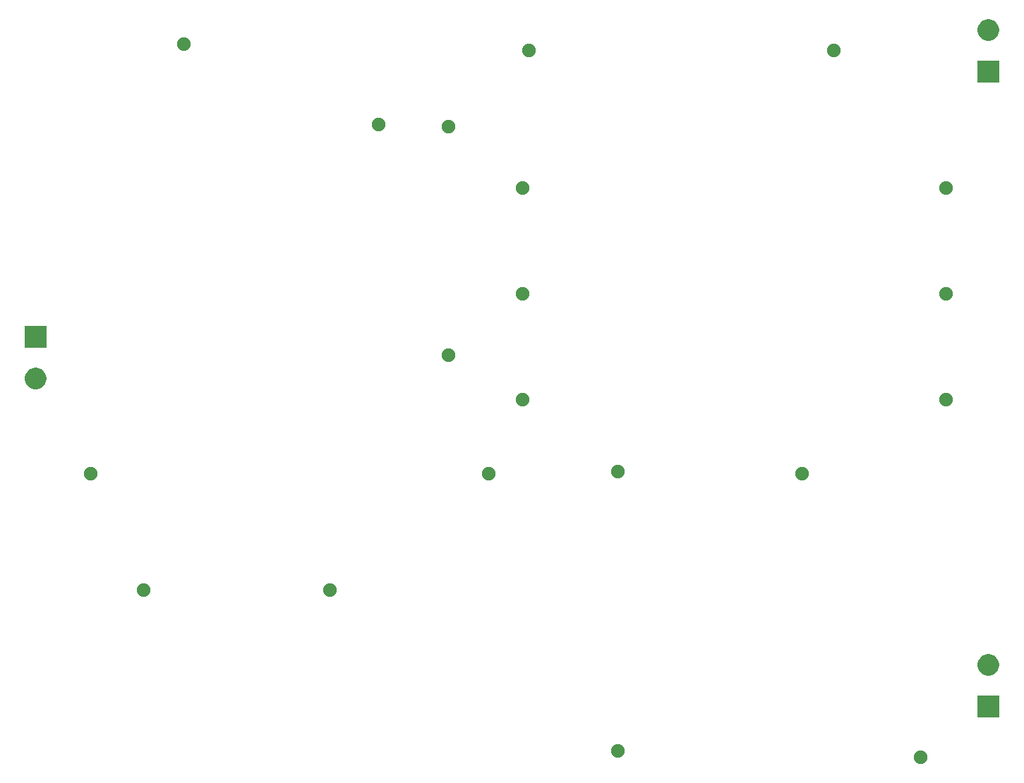
<source format=gbr>
G04 #@! TF.GenerationSoftware,KiCad,Pcbnew,(5.1.4)-1*
G04 #@! TF.CreationDate,2020-05-14T00:14:39-04:00*
G04 #@! TF.ProjectId,Crossover circuit,43726f73-736f-4766-9572-206369726375,rev?*
G04 #@! TF.SameCoordinates,Original*
G04 #@! TF.FileFunction,Soldermask,Top*
G04 #@! TF.FilePolarity,Negative*
%FSLAX46Y46*%
G04 Gerber Fmt 4.6, Leading zero omitted, Abs format (unit mm)*
G04 Created by KiCad (PCBNEW (5.1.4)-1) date 2020-05-14 00:14:39*
%MOMM*%
%LPD*%
G04 APERTURE LIST*
%ADD10C,0.100000*%
G04 APERTURE END LIST*
D10*
G36*
X188959142Y-139934242D02*
G01*
X189107101Y-139995529D01*
X189240255Y-140084499D01*
X189353501Y-140197745D01*
X189442471Y-140330899D01*
X189503758Y-140478858D01*
X189535000Y-140635925D01*
X189535000Y-140796075D01*
X189503758Y-140953142D01*
X189442471Y-141101101D01*
X189353501Y-141234255D01*
X189240255Y-141347501D01*
X189107101Y-141436471D01*
X188959142Y-141497758D01*
X188802075Y-141529000D01*
X188641925Y-141529000D01*
X188484858Y-141497758D01*
X188336899Y-141436471D01*
X188203745Y-141347501D01*
X188090499Y-141234255D01*
X188001529Y-141101101D01*
X187940242Y-140953142D01*
X187909000Y-140796075D01*
X187909000Y-140635925D01*
X187940242Y-140478858D01*
X188001529Y-140330899D01*
X188090499Y-140197745D01*
X188203745Y-140084499D01*
X188336899Y-139995529D01*
X188484858Y-139934242D01*
X188641925Y-139903000D01*
X188802075Y-139903000D01*
X188959142Y-139934242D01*
X188959142Y-139934242D01*
G37*
G36*
X152637142Y-139172242D02*
G01*
X152785101Y-139233529D01*
X152918255Y-139322499D01*
X153031501Y-139435745D01*
X153120471Y-139568899D01*
X153181758Y-139716858D01*
X153213000Y-139873925D01*
X153213000Y-140034075D01*
X153181758Y-140191142D01*
X153120471Y-140339101D01*
X153031501Y-140472255D01*
X152918255Y-140585501D01*
X152785101Y-140674471D01*
X152637142Y-140735758D01*
X152480075Y-140767000D01*
X152319925Y-140767000D01*
X152162858Y-140735758D01*
X152014899Y-140674471D01*
X151881745Y-140585501D01*
X151768499Y-140472255D01*
X151679529Y-140339101D01*
X151618242Y-140191142D01*
X151587000Y-140034075D01*
X151587000Y-139873925D01*
X151618242Y-139716858D01*
X151679529Y-139568899D01*
X151768499Y-139435745D01*
X151881745Y-139322499D01*
X152014899Y-139233529D01*
X152162858Y-139172242D01*
X152319925Y-139141000D01*
X152480075Y-139141000D01*
X152637142Y-139172242D01*
X152637142Y-139172242D01*
G37*
G36*
X198151000Y-135921000D02*
G01*
X195549000Y-135921000D01*
X195549000Y-133319000D01*
X198151000Y-133319000D01*
X198151000Y-135921000D01*
X198151000Y-135921000D01*
G37*
G36*
X197229487Y-128368996D02*
G01*
X197466253Y-128467068D01*
X197466255Y-128467069D01*
X197679339Y-128609447D01*
X197860553Y-128790661D01*
X198002932Y-129003747D01*
X198101004Y-129240513D01*
X198151000Y-129491861D01*
X198151000Y-129748139D01*
X198101004Y-129999487D01*
X198002932Y-130236253D01*
X198002931Y-130236255D01*
X197860553Y-130449339D01*
X197679339Y-130630553D01*
X197466255Y-130772931D01*
X197466254Y-130772932D01*
X197466253Y-130772932D01*
X197229487Y-130871004D01*
X196978139Y-130921000D01*
X196721861Y-130921000D01*
X196470513Y-130871004D01*
X196233747Y-130772932D01*
X196233746Y-130772932D01*
X196233745Y-130772931D01*
X196020661Y-130630553D01*
X195839447Y-130449339D01*
X195697069Y-130236255D01*
X195697068Y-130236253D01*
X195598996Y-129999487D01*
X195549000Y-129748139D01*
X195549000Y-129491861D01*
X195598996Y-129240513D01*
X195697068Y-129003747D01*
X195839447Y-128790661D01*
X196020661Y-128609447D01*
X196233745Y-128467069D01*
X196233747Y-128467068D01*
X196470513Y-128368996D01*
X196721861Y-128319000D01*
X196978139Y-128319000D01*
X197229487Y-128368996D01*
X197229487Y-128368996D01*
G37*
G36*
X118093142Y-119868242D02*
G01*
X118241101Y-119929529D01*
X118374255Y-120018499D01*
X118487501Y-120131745D01*
X118576471Y-120264899D01*
X118637758Y-120412858D01*
X118669000Y-120569925D01*
X118669000Y-120730075D01*
X118637758Y-120887142D01*
X118576471Y-121035101D01*
X118487501Y-121168255D01*
X118374255Y-121281501D01*
X118241101Y-121370471D01*
X118093142Y-121431758D01*
X117936075Y-121463000D01*
X117775925Y-121463000D01*
X117618858Y-121431758D01*
X117470899Y-121370471D01*
X117337745Y-121281501D01*
X117224499Y-121168255D01*
X117135529Y-121035101D01*
X117074242Y-120887142D01*
X117043000Y-120730075D01*
X117043000Y-120569925D01*
X117074242Y-120412858D01*
X117135529Y-120264899D01*
X117224499Y-120131745D01*
X117337745Y-120018499D01*
X117470899Y-119929529D01*
X117618858Y-119868242D01*
X117775925Y-119837000D01*
X117936075Y-119837000D01*
X118093142Y-119868242D01*
X118093142Y-119868242D01*
G37*
G36*
X95741142Y-119868242D02*
G01*
X95889101Y-119929529D01*
X96022255Y-120018499D01*
X96135501Y-120131745D01*
X96224471Y-120264899D01*
X96285758Y-120412858D01*
X96317000Y-120569925D01*
X96317000Y-120730075D01*
X96285758Y-120887142D01*
X96224471Y-121035101D01*
X96135501Y-121168255D01*
X96022255Y-121281501D01*
X95889101Y-121370471D01*
X95741142Y-121431758D01*
X95584075Y-121463000D01*
X95423925Y-121463000D01*
X95266858Y-121431758D01*
X95118899Y-121370471D01*
X94985745Y-121281501D01*
X94872499Y-121168255D01*
X94783529Y-121035101D01*
X94722242Y-120887142D01*
X94691000Y-120730075D01*
X94691000Y-120569925D01*
X94722242Y-120412858D01*
X94783529Y-120264899D01*
X94872499Y-120131745D01*
X94985745Y-120018499D01*
X95118899Y-119929529D01*
X95266858Y-119868242D01*
X95423925Y-119837000D01*
X95584075Y-119837000D01*
X95741142Y-119868242D01*
X95741142Y-119868242D01*
G37*
G36*
X174735142Y-105898242D02*
G01*
X174883101Y-105959529D01*
X175016255Y-106048499D01*
X175129501Y-106161745D01*
X175218471Y-106294899D01*
X175279758Y-106442858D01*
X175311000Y-106599925D01*
X175311000Y-106760075D01*
X175279758Y-106917142D01*
X175218471Y-107065101D01*
X175129501Y-107198255D01*
X175016255Y-107311501D01*
X174883101Y-107400471D01*
X174735142Y-107461758D01*
X174578075Y-107493000D01*
X174417925Y-107493000D01*
X174260858Y-107461758D01*
X174112899Y-107400471D01*
X173979745Y-107311501D01*
X173866499Y-107198255D01*
X173777529Y-107065101D01*
X173716242Y-106917142D01*
X173685000Y-106760075D01*
X173685000Y-106599925D01*
X173716242Y-106442858D01*
X173777529Y-106294899D01*
X173866499Y-106161745D01*
X173979745Y-106048499D01*
X174112899Y-105959529D01*
X174260858Y-105898242D01*
X174417925Y-105867000D01*
X174578075Y-105867000D01*
X174735142Y-105898242D01*
X174735142Y-105898242D01*
G37*
G36*
X137143142Y-105898242D02*
G01*
X137291101Y-105959529D01*
X137424255Y-106048499D01*
X137537501Y-106161745D01*
X137626471Y-106294899D01*
X137687758Y-106442858D01*
X137719000Y-106599925D01*
X137719000Y-106760075D01*
X137687758Y-106917142D01*
X137626471Y-107065101D01*
X137537501Y-107198255D01*
X137424255Y-107311501D01*
X137291101Y-107400471D01*
X137143142Y-107461758D01*
X136986075Y-107493000D01*
X136825925Y-107493000D01*
X136668858Y-107461758D01*
X136520899Y-107400471D01*
X136387745Y-107311501D01*
X136274499Y-107198255D01*
X136185529Y-107065101D01*
X136124242Y-106917142D01*
X136093000Y-106760075D01*
X136093000Y-106599925D01*
X136124242Y-106442858D01*
X136185529Y-106294899D01*
X136274499Y-106161745D01*
X136387745Y-106048499D01*
X136520899Y-105959529D01*
X136668858Y-105898242D01*
X136825925Y-105867000D01*
X136986075Y-105867000D01*
X137143142Y-105898242D01*
X137143142Y-105898242D01*
G37*
G36*
X89391142Y-105898242D02*
G01*
X89539101Y-105959529D01*
X89672255Y-106048499D01*
X89785501Y-106161745D01*
X89874471Y-106294899D01*
X89935758Y-106442858D01*
X89967000Y-106599925D01*
X89967000Y-106760075D01*
X89935758Y-106917142D01*
X89874471Y-107065101D01*
X89785501Y-107198255D01*
X89672255Y-107311501D01*
X89539101Y-107400471D01*
X89391142Y-107461758D01*
X89234075Y-107493000D01*
X89073925Y-107493000D01*
X88916858Y-107461758D01*
X88768899Y-107400471D01*
X88635745Y-107311501D01*
X88522499Y-107198255D01*
X88433529Y-107065101D01*
X88372242Y-106917142D01*
X88341000Y-106760075D01*
X88341000Y-106599925D01*
X88372242Y-106442858D01*
X88433529Y-106294899D01*
X88522499Y-106161745D01*
X88635745Y-106048499D01*
X88768899Y-105959529D01*
X88916858Y-105898242D01*
X89073925Y-105867000D01*
X89234075Y-105867000D01*
X89391142Y-105898242D01*
X89391142Y-105898242D01*
G37*
G36*
X152637142Y-105644242D02*
G01*
X152785101Y-105705529D01*
X152918255Y-105794499D01*
X153031501Y-105907745D01*
X153120471Y-106040899D01*
X153181758Y-106188858D01*
X153213000Y-106345925D01*
X153213000Y-106506075D01*
X153181758Y-106663142D01*
X153120471Y-106811101D01*
X153031501Y-106944255D01*
X152918255Y-107057501D01*
X152785101Y-107146471D01*
X152637142Y-107207758D01*
X152480075Y-107239000D01*
X152319925Y-107239000D01*
X152162858Y-107207758D01*
X152014899Y-107146471D01*
X151881745Y-107057501D01*
X151768499Y-106944255D01*
X151679529Y-106811101D01*
X151618242Y-106663142D01*
X151587000Y-106506075D01*
X151587000Y-106345925D01*
X151618242Y-106188858D01*
X151679529Y-106040899D01*
X151768499Y-105907745D01*
X151881745Y-105794499D01*
X152014899Y-105705529D01*
X152162858Y-105644242D01*
X152319925Y-105613000D01*
X152480075Y-105613000D01*
X152637142Y-105644242D01*
X152637142Y-105644242D01*
G37*
G36*
X192007142Y-97008242D02*
G01*
X192155101Y-97069529D01*
X192288255Y-97158499D01*
X192401501Y-97271745D01*
X192490471Y-97404899D01*
X192551758Y-97552858D01*
X192583000Y-97709925D01*
X192583000Y-97870075D01*
X192551758Y-98027142D01*
X192490471Y-98175101D01*
X192401501Y-98308255D01*
X192288255Y-98421501D01*
X192155101Y-98510471D01*
X192007142Y-98571758D01*
X191850075Y-98603000D01*
X191689925Y-98603000D01*
X191532858Y-98571758D01*
X191384899Y-98510471D01*
X191251745Y-98421501D01*
X191138499Y-98308255D01*
X191049529Y-98175101D01*
X190988242Y-98027142D01*
X190957000Y-97870075D01*
X190957000Y-97709925D01*
X190988242Y-97552858D01*
X191049529Y-97404899D01*
X191138499Y-97271745D01*
X191251745Y-97158499D01*
X191384899Y-97069529D01*
X191532858Y-97008242D01*
X191689925Y-96977000D01*
X191850075Y-96977000D01*
X192007142Y-97008242D01*
X192007142Y-97008242D01*
G37*
G36*
X141207142Y-97008242D02*
G01*
X141355101Y-97069529D01*
X141488255Y-97158499D01*
X141601501Y-97271745D01*
X141690471Y-97404899D01*
X141751758Y-97552858D01*
X141783000Y-97709925D01*
X141783000Y-97870075D01*
X141751758Y-98027142D01*
X141690471Y-98175101D01*
X141601501Y-98308255D01*
X141488255Y-98421501D01*
X141355101Y-98510471D01*
X141207142Y-98571758D01*
X141050075Y-98603000D01*
X140889925Y-98603000D01*
X140732858Y-98571758D01*
X140584899Y-98510471D01*
X140451745Y-98421501D01*
X140338499Y-98308255D01*
X140249529Y-98175101D01*
X140188242Y-98027142D01*
X140157000Y-97870075D01*
X140157000Y-97709925D01*
X140188242Y-97552858D01*
X140249529Y-97404899D01*
X140338499Y-97271745D01*
X140451745Y-97158499D01*
X140584899Y-97069529D01*
X140732858Y-97008242D01*
X140889925Y-96977000D01*
X141050075Y-96977000D01*
X141207142Y-97008242D01*
X141207142Y-97008242D01*
G37*
G36*
X82929487Y-93998996D02*
G01*
X83166253Y-94097068D01*
X83166255Y-94097069D01*
X83379339Y-94239447D01*
X83560553Y-94420661D01*
X83702932Y-94633747D01*
X83801004Y-94870513D01*
X83851000Y-95121861D01*
X83851000Y-95378139D01*
X83801004Y-95629487D01*
X83702932Y-95866253D01*
X83702931Y-95866255D01*
X83560553Y-96079339D01*
X83379339Y-96260553D01*
X83166255Y-96402931D01*
X83166254Y-96402932D01*
X83166253Y-96402932D01*
X82929487Y-96501004D01*
X82678139Y-96551000D01*
X82421861Y-96551000D01*
X82170513Y-96501004D01*
X81933747Y-96402932D01*
X81933746Y-96402932D01*
X81933745Y-96402931D01*
X81720661Y-96260553D01*
X81539447Y-96079339D01*
X81397069Y-95866255D01*
X81397068Y-95866253D01*
X81298996Y-95629487D01*
X81249000Y-95378139D01*
X81249000Y-95121861D01*
X81298996Y-94870513D01*
X81397068Y-94633747D01*
X81539447Y-94420661D01*
X81720661Y-94239447D01*
X81933745Y-94097069D01*
X81933747Y-94097068D01*
X82170513Y-93998996D01*
X82421861Y-93949000D01*
X82678139Y-93949000D01*
X82929487Y-93998996D01*
X82929487Y-93998996D01*
G37*
G36*
X132317142Y-91674242D02*
G01*
X132465101Y-91735529D01*
X132598255Y-91824499D01*
X132711501Y-91937745D01*
X132800471Y-92070899D01*
X132861758Y-92218858D01*
X132893000Y-92375925D01*
X132893000Y-92536075D01*
X132861758Y-92693142D01*
X132800471Y-92841101D01*
X132711501Y-92974255D01*
X132598255Y-93087501D01*
X132465101Y-93176471D01*
X132317142Y-93237758D01*
X132160075Y-93269000D01*
X131999925Y-93269000D01*
X131842858Y-93237758D01*
X131694899Y-93176471D01*
X131561745Y-93087501D01*
X131448499Y-92974255D01*
X131359529Y-92841101D01*
X131298242Y-92693142D01*
X131267000Y-92536075D01*
X131267000Y-92375925D01*
X131298242Y-92218858D01*
X131359529Y-92070899D01*
X131448499Y-91937745D01*
X131561745Y-91824499D01*
X131694899Y-91735529D01*
X131842858Y-91674242D01*
X131999925Y-91643000D01*
X132160075Y-91643000D01*
X132317142Y-91674242D01*
X132317142Y-91674242D01*
G37*
G36*
X83851000Y-91551000D02*
G01*
X81249000Y-91551000D01*
X81249000Y-88949000D01*
X83851000Y-88949000D01*
X83851000Y-91551000D01*
X83851000Y-91551000D01*
G37*
G36*
X192007142Y-84308242D02*
G01*
X192155101Y-84369529D01*
X192288255Y-84458499D01*
X192401501Y-84571745D01*
X192490471Y-84704899D01*
X192551758Y-84852858D01*
X192583000Y-85009925D01*
X192583000Y-85170075D01*
X192551758Y-85327142D01*
X192490471Y-85475101D01*
X192401501Y-85608255D01*
X192288255Y-85721501D01*
X192155101Y-85810471D01*
X192007142Y-85871758D01*
X191850075Y-85903000D01*
X191689925Y-85903000D01*
X191532858Y-85871758D01*
X191384899Y-85810471D01*
X191251745Y-85721501D01*
X191138499Y-85608255D01*
X191049529Y-85475101D01*
X190988242Y-85327142D01*
X190957000Y-85170075D01*
X190957000Y-85009925D01*
X190988242Y-84852858D01*
X191049529Y-84704899D01*
X191138499Y-84571745D01*
X191251745Y-84458499D01*
X191384899Y-84369529D01*
X191532858Y-84308242D01*
X191689925Y-84277000D01*
X191850075Y-84277000D01*
X192007142Y-84308242D01*
X192007142Y-84308242D01*
G37*
G36*
X141207142Y-84308242D02*
G01*
X141355101Y-84369529D01*
X141488255Y-84458499D01*
X141601501Y-84571745D01*
X141690471Y-84704899D01*
X141751758Y-84852858D01*
X141783000Y-85009925D01*
X141783000Y-85170075D01*
X141751758Y-85327142D01*
X141690471Y-85475101D01*
X141601501Y-85608255D01*
X141488255Y-85721501D01*
X141355101Y-85810471D01*
X141207142Y-85871758D01*
X141050075Y-85903000D01*
X140889925Y-85903000D01*
X140732858Y-85871758D01*
X140584899Y-85810471D01*
X140451745Y-85721501D01*
X140338499Y-85608255D01*
X140249529Y-85475101D01*
X140188242Y-85327142D01*
X140157000Y-85170075D01*
X140157000Y-85009925D01*
X140188242Y-84852858D01*
X140249529Y-84704899D01*
X140338499Y-84571745D01*
X140451745Y-84458499D01*
X140584899Y-84369529D01*
X140732858Y-84308242D01*
X140889925Y-84277000D01*
X141050075Y-84277000D01*
X141207142Y-84308242D01*
X141207142Y-84308242D01*
G37*
G36*
X141207142Y-71608242D02*
G01*
X141355101Y-71669529D01*
X141488255Y-71758499D01*
X141601501Y-71871745D01*
X141690471Y-72004899D01*
X141751758Y-72152858D01*
X141783000Y-72309925D01*
X141783000Y-72470075D01*
X141751758Y-72627142D01*
X141690471Y-72775101D01*
X141601501Y-72908255D01*
X141488255Y-73021501D01*
X141355101Y-73110471D01*
X141207142Y-73171758D01*
X141050075Y-73203000D01*
X140889925Y-73203000D01*
X140732858Y-73171758D01*
X140584899Y-73110471D01*
X140451745Y-73021501D01*
X140338499Y-72908255D01*
X140249529Y-72775101D01*
X140188242Y-72627142D01*
X140157000Y-72470075D01*
X140157000Y-72309925D01*
X140188242Y-72152858D01*
X140249529Y-72004899D01*
X140338499Y-71871745D01*
X140451745Y-71758499D01*
X140584899Y-71669529D01*
X140732858Y-71608242D01*
X140889925Y-71577000D01*
X141050075Y-71577000D01*
X141207142Y-71608242D01*
X141207142Y-71608242D01*
G37*
G36*
X192007142Y-71608242D02*
G01*
X192155101Y-71669529D01*
X192288255Y-71758499D01*
X192401501Y-71871745D01*
X192490471Y-72004899D01*
X192551758Y-72152858D01*
X192583000Y-72309925D01*
X192583000Y-72470075D01*
X192551758Y-72627142D01*
X192490471Y-72775101D01*
X192401501Y-72908255D01*
X192288255Y-73021501D01*
X192155101Y-73110471D01*
X192007142Y-73171758D01*
X191850075Y-73203000D01*
X191689925Y-73203000D01*
X191532858Y-73171758D01*
X191384899Y-73110471D01*
X191251745Y-73021501D01*
X191138499Y-72908255D01*
X191049529Y-72775101D01*
X190988242Y-72627142D01*
X190957000Y-72470075D01*
X190957000Y-72309925D01*
X190988242Y-72152858D01*
X191049529Y-72004899D01*
X191138499Y-71871745D01*
X191251745Y-71758499D01*
X191384899Y-71669529D01*
X191532858Y-71608242D01*
X191689925Y-71577000D01*
X191850075Y-71577000D01*
X192007142Y-71608242D01*
X192007142Y-71608242D01*
G37*
G36*
X132317142Y-64242242D02*
G01*
X132465101Y-64303529D01*
X132598255Y-64392499D01*
X132711501Y-64505745D01*
X132800471Y-64638899D01*
X132861758Y-64786858D01*
X132893000Y-64943925D01*
X132893000Y-65104075D01*
X132861758Y-65261142D01*
X132800471Y-65409101D01*
X132711501Y-65542255D01*
X132598255Y-65655501D01*
X132465101Y-65744471D01*
X132317142Y-65805758D01*
X132160075Y-65837000D01*
X131999925Y-65837000D01*
X131842858Y-65805758D01*
X131694899Y-65744471D01*
X131561745Y-65655501D01*
X131448499Y-65542255D01*
X131359529Y-65409101D01*
X131298242Y-65261142D01*
X131267000Y-65104075D01*
X131267000Y-64943925D01*
X131298242Y-64786858D01*
X131359529Y-64638899D01*
X131448499Y-64505745D01*
X131561745Y-64392499D01*
X131694899Y-64303529D01*
X131842858Y-64242242D01*
X131999925Y-64211000D01*
X132160075Y-64211000D01*
X132317142Y-64242242D01*
X132317142Y-64242242D01*
G37*
G36*
X123935142Y-63988242D02*
G01*
X124083101Y-64049529D01*
X124216255Y-64138499D01*
X124329501Y-64251745D01*
X124418471Y-64384899D01*
X124479758Y-64532858D01*
X124511000Y-64689925D01*
X124511000Y-64850075D01*
X124479758Y-65007142D01*
X124418471Y-65155101D01*
X124329501Y-65288255D01*
X124216255Y-65401501D01*
X124083101Y-65490471D01*
X123935142Y-65551758D01*
X123778075Y-65583000D01*
X123617925Y-65583000D01*
X123460858Y-65551758D01*
X123312899Y-65490471D01*
X123179745Y-65401501D01*
X123066499Y-65288255D01*
X122977529Y-65155101D01*
X122916242Y-65007142D01*
X122885000Y-64850075D01*
X122885000Y-64689925D01*
X122916242Y-64532858D01*
X122977529Y-64384899D01*
X123066499Y-64251745D01*
X123179745Y-64138499D01*
X123312899Y-64049529D01*
X123460858Y-63988242D01*
X123617925Y-63957000D01*
X123778075Y-63957000D01*
X123935142Y-63988242D01*
X123935142Y-63988242D01*
G37*
G36*
X198151000Y-59721000D02*
G01*
X195549000Y-59721000D01*
X195549000Y-57119000D01*
X198151000Y-57119000D01*
X198151000Y-59721000D01*
X198151000Y-59721000D01*
G37*
G36*
X141969142Y-55098242D02*
G01*
X142117101Y-55159529D01*
X142250255Y-55248499D01*
X142363501Y-55361745D01*
X142452471Y-55494899D01*
X142513758Y-55642858D01*
X142545000Y-55799925D01*
X142545000Y-55960075D01*
X142513758Y-56117142D01*
X142452471Y-56265101D01*
X142363501Y-56398255D01*
X142250255Y-56511501D01*
X142117101Y-56600471D01*
X141969142Y-56661758D01*
X141812075Y-56693000D01*
X141651925Y-56693000D01*
X141494858Y-56661758D01*
X141346899Y-56600471D01*
X141213745Y-56511501D01*
X141100499Y-56398255D01*
X141011529Y-56265101D01*
X140950242Y-56117142D01*
X140919000Y-55960075D01*
X140919000Y-55799925D01*
X140950242Y-55642858D01*
X141011529Y-55494899D01*
X141100499Y-55361745D01*
X141213745Y-55248499D01*
X141346899Y-55159529D01*
X141494858Y-55098242D01*
X141651925Y-55067000D01*
X141812075Y-55067000D01*
X141969142Y-55098242D01*
X141969142Y-55098242D01*
G37*
G36*
X178545142Y-55098242D02*
G01*
X178693101Y-55159529D01*
X178826255Y-55248499D01*
X178939501Y-55361745D01*
X179028471Y-55494899D01*
X179089758Y-55642858D01*
X179121000Y-55799925D01*
X179121000Y-55960075D01*
X179089758Y-56117142D01*
X179028471Y-56265101D01*
X178939501Y-56398255D01*
X178826255Y-56511501D01*
X178693101Y-56600471D01*
X178545142Y-56661758D01*
X178388075Y-56693000D01*
X178227925Y-56693000D01*
X178070858Y-56661758D01*
X177922899Y-56600471D01*
X177789745Y-56511501D01*
X177676499Y-56398255D01*
X177587529Y-56265101D01*
X177526242Y-56117142D01*
X177495000Y-55960075D01*
X177495000Y-55799925D01*
X177526242Y-55642858D01*
X177587529Y-55494899D01*
X177676499Y-55361745D01*
X177789745Y-55248499D01*
X177922899Y-55159529D01*
X178070858Y-55098242D01*
X178227925Y-55067000D01*
X178388075Y-55067000D01*
X178545142Y-55098242D01*
X178545142Y-55098242D01*
G37*
G36*
X100567142Y-54336242D02*
G01*
X100715101Y-54397529D01*
X100848255Y-54486499D01*
X100961501Y-54599745D01*
X101050471Y-54732899D01*
X101111758Y-54880858D01*
X101143000Y-55037925D01*
X101143000Y-55198075D01*
X101111758Y-55355142D01*
X101050471Y-55503101D01*
X100961501Y-55636255D01*
X100848255Y-55749501D01*
X100715101Y-55838471D01*
X100567142Y-55899758D01*
X100410075Y-55931000D01*
X100249925Y-55931000D01*
X100092858Y-55899758D01*
X99944899Y-55838471D01*
X99811745Y-55749501D01*
X99698499Y-55636255D01*
X99609529Y-55503101D01*
X99548242Y-55355142D01*
X99517000Y-55198075D01*
X99517000Y-55037925D01*
X99548242Y-54880858D01*
X99609529Y-54732899D01*
X99698499Y-54599745D01*
X99811745Y-54486499D01*
X99944899Y-54397529D01*
X100092858Y-54336242D01*
X100249925Y-54305000D01*
X100410075Y-54305000D01*
X100567142Y-54336242D01*
X100567142Y-54336242D01*
G37*
G36*
X197229487Y-52168996D02*
G01*
X197466253Y-52267068D01*
X197466255Y-52267069D01*
X197679339Y-52409447D01*
X197860553Y-52590661D01*
X198002932Y-52803747D01*
X198101004Y-53040513D01*
X198151000Y-53291861D01*
X198151000Y-53548139D01*
X198101004Y-53799487D01*
X198002932Y-54036253D01*
X198002931Y-54036255D01*
X197860553Y-54249339D01*
X197679339Y-54430553D01*
X197466255Y-54572931D01*
X197466254Y-54572932D01*
X197466253Y-54572932D01*
X197229487Y-54671004D01*
X196978139Y-54721000D01*
X196721861Y-54721000D01*
X196470513Y-54671004D01*
X196233747Y-54572932D01*
X196233746Y-54572932D01*
X196233745Y-54572931D01*
X196020661Y-54430553D01*
X195839447Y-54249339D01*
X195697069Y-54036255D01*
X195697068Y-54036253D01*
X195598996Y-53799487D01*
X195549000Y-53548139D01*
X195549000Y-53291861D01*
X195598996Y-53040513D01*
X195697068Y-52803747D01*
X195839447Y-52590661D01*
X196020661Y-52409447D01*
X196233745Y-52267069D01*
X196233747Y-52267068D01*
X196470513Y-52168996D01*
X196721861Y-52119000D01*
X196978139Y-52119000D01*
X197229487Y-52168996D01*
X197229487Y-52168996D01*
G37*
M02*

</source>
